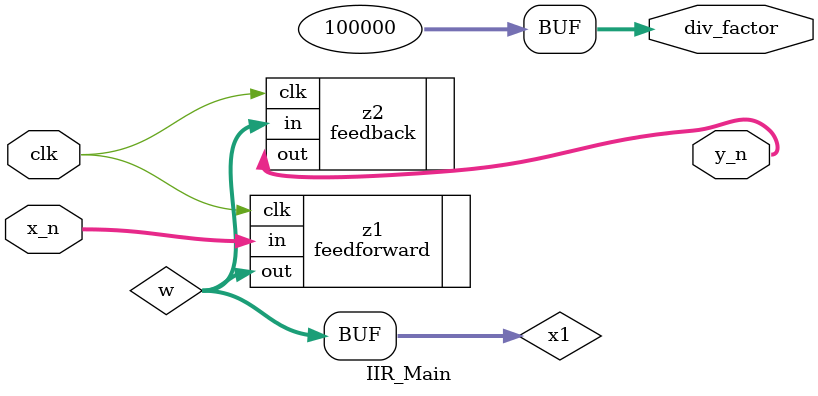
<source format=v>
`timescale 1ns / 1ps



module IIR_Main(x_n,y_n,clk,div_factor);
input [0:31]x_n;
output [0:31] y_n;
output [0:31] div_factor;
assign div_factor=100000;
wire w2;
input clk;
wire [0:31] w;
reg [0:31] x1=32'b0;
feedforward z1 (.in(x_n),.out(w),.clk(clk));
always @(w) x1=w;
feedback z2 (.in(x1),.out(y_n),.clk(clk));
endmodule

</source>
